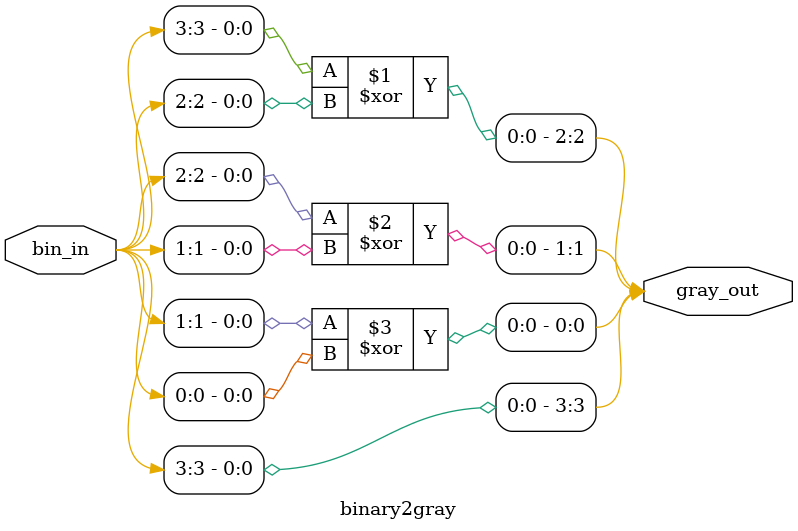
<source format=v>
module binary2gray(
    input [3:0]bin_in,
    output [3:0]gray_out
    );
    
    assign gray_out[3]=bin_in[3];
    assign gray_out[2]=bin_in[3]^bin_in[2];
    assign gray_out[1]=bin_in[2]^bin_in[1];
    assign gray_out[0]=bin_in[1]^bin_in[0];
    
endmodule
</source>
